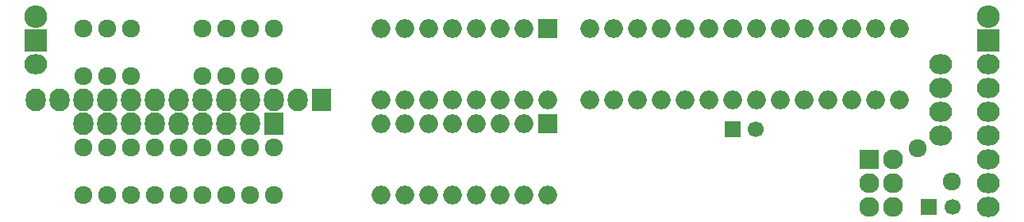
<source format=gbr>
G04 #@! TF.FileFunction,Soldermask,Top*
%FSLAX46Y46*%
G04 Gerber Fmt 4.6, Leading zero omitted, Abs format (unit mm)*
G04 Created by KiCad (PCBNEW 4.0.4-1.fc25-product) date Wed Feb 22 19:12:29 2017*
%MOMM*%
%LPD*%
G01*
G04 APERTURE LIST*
%ADD10C,0.100000*%
%ADD11R,1.700000X1.700000*%
%ADD12C,1.700000*%
%ADD13O,2.000000X2.000000*%
%ADD14R,2.127200X2.127200*%
%ADD15O,2.127200X2.127200*%
%ADD16R,2.127200X2.432000*%
%ADD17O,2.127200X2.432000*%
%ADD18C,1.924000*%
%ADD19O,2.432000X2.127200*%
%ADD20R,2.432000X2.432000*%
%ADD21O,2.432000X2.432000*%
%ADD22R,2.000000X2.000000*%
G04 APERTURE END LIST*
D10*
D11*
X146050000Y-67945000D03*
D12*
X148550000Y-67945000D03*
D13*
X163830000Y-57150000D03*
X161290000Y-57150000D03*
X158750000Y-57150000D03*
X156210000Y-57150000D03*
X153670000Y-57150000D03*
X151130000Y-57150000D03*
X148590000Y-57150000D03*
X146050000Y-57150000D03*
X143510000Y-57150000D03*
X140970000Y-57150000D03*
X138430000Y-57150000D03*
X135890000Y-57150000D03*
X133350000Y-57150000D03*
X130810000Y-57150000D03*
X130810000Y-64770000D03*
X133350000Y-64770000D03*
X135890000Y-64770000D03*
X138430000Y-64770000D03*
X140970000Y-64770000D03*
X143510000Y-64770000D03*
X146050000Y-64770000D03*
X148590000Y-64770000D03*
X151130000Y-64770000D03*
X153670000Y-64770000D03*
X156210000Y-64770000D03*
X158750000Y-64770000D03*
X161290000Y-64770000D03*
X163830000Y-64770000D03*
D11*
X167005000Y-76200000D03*
D12*
X169505000Y-76200000D03*
D14*
X160655000Y-71120000D03*
D15*
X163195000Y-71120000D03*
X163195000Y-73660000D03*
X160655000Y-73660000D03*
X163195000Y-76200000D03*
X160655000Y-76200000D03*
D16*
X102235000Y-64770000D03*
D17*
X99695000Y-64770000D03*
X97155000Y-64770000D03*
X94615000Y-64770000D03*
X92075000Y-64770000D03*
X89535000Y-64770000D03*
X86995000Y-64770000D03*
X84455000Y-64770000D03*
X81915000Y-64770000D03*
X79375000Y-64770000D03*
X76835000Y-64770000D03*
X74295000Y-64770000D03*
X71755000Y-64770000D03*
D16*
X97155000Y-67310000D03*
D17*
X94615000Y-67310000D03*
X92075000Y-67310000D03*
X89535000Y-67310000D03*
X86995000Y-67310000D03*
X84455000Y-67310000D03*
X81915000Y-67310000D03*
X79375000Y-67310000D03*
X76835000Y-67310000D03*
D18*
X97155000Y-69850000D03*
X97155000Y-74930000D03*
X94615000Y-69850000D03*
X94615000Y-74930000D03*
X92075000Y-69850000D03*
X92075000Y-74930000D03*
X89535000Y-69850000D03*
X89535000Y-74930000D03*
X86995000Y-69850000D03*
X86995000Y-74930000D03*
X84455000Y-69850000D03*
X84455000Y-74930000D03*
X81915000Y-69850000D03*
X81915000Y-74930000D03*
X79375000Y-69850000D03*
X79375000Y-74930000D03*
X76835000Y-69850000D03*
X76835000Y-74930000D03*
X97155000Y-62230000D03*
X97155000Y-57150000D03*
X94615000Y-62230000D03*
X94615000Y-57150000D03*
X92075000Y-62230000D03*
X92075000Y-57150000D03*
X89535000Y-62230000D03*
X89535000Y-57150000D03*
X81915000Y-62230000D03*
X81915000Y-57150000D03*
X79375000Y-62230000D03*
X79375000Y-57150000D03*
X76835000Y-62230000D03*
X76835000Y-57150000D03*
X169436051Y-73551051D03*
X165843949Y-69958949D03*
D19*
X173355000Y-63500000D03*
X173355000Y-66040000D03*
X173355000Y-68580000D03*
X173355000Y-71120000D03*
X173355000Y-73660000D03*
X173355000Y-76200000D03*
D20*
X173355000Y-58420000D03*
D21*
X173355000Y-55880000D03*
D20*
X71755000Y-58420000D03*
D21*
X71755000Y-55880000D03*
D22*
X126365000Y-57150000D03*
D13*
X108585000Y-64770000D03*
X123825000Y-57150000D03*
X111125000Y-64770000D03*
X121285000Y-57150000D03*
X113665000Y-64770000D03*
X118745000Y-57150000D03*
X116205000Y-64770000D03*
X116205000Y-57150000D03*
X118745000Y-64770000D03*
X113665000Y-57150000D03*
X121285000Y-64770000D03*
X111125000Y-57150000D03*
X123825000Y-64770000D03*
X108585000Y-57150000D03*
X126365000Y-64770000D03*
D22*
X126365000Y-67310000D03*
D13*
X108585000Y-74930000D03*
X123825000Y-67310000D03*
X111125000Y-74930000D03*
X121285000Y-67310000D03*
X113665000Y-74930000D03*
X118745000Y-67310000D03*
X116205000Y-74930000D03*
X116205000Y-67310000D03*
X118745000Y-74930000D03*
X113665000Y-67310000D03*
X121285000Y-74930000D03*
X111125000Y-67310000D03*
X123825000Y-74930000D03*
X108585000Y-67310000D03*
X126365000Y-74930000D03*
D19*
X168275000Y-68580000D03*
X168275000Y-66040000D03*
X168275000Y-63500000D03*
X168275000Y-60960000D03*
X173355000Y-60960000D03*
X71755000Y-60960000D03*
M02*

</source>
